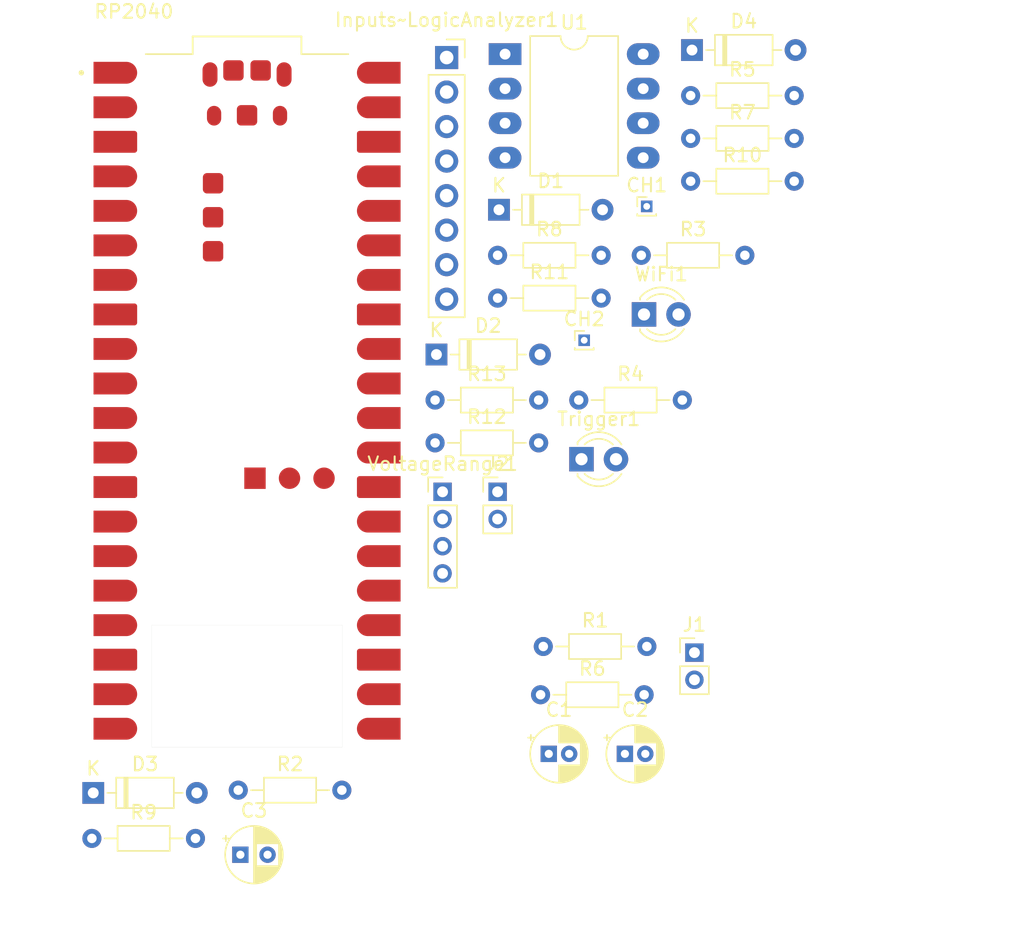
<source format=kicad_pcb>
(kicad_pcb (version 20211014) (generator pcbnew)
  (layers (0 "F.Cu" signal) (31 "B.Cu" signal) (34 "B.Paste" user) (35 "F.Paste" user) (36 "B.SilkS" user "B.Silkscreen") (37 "F.SilkS" user "F.Silkscreen") (38 "B.Mask" user) (39 "F.Mask" user) (44 "Edge.Cuts" user))
  (net 0 "")
  (net 1 "3.3V")
  (net 2 "0")
  (net 3 "Net-(C3-Pad1)")
  (net 4 "Net-(CH1-Pad1)")
  (net 5 "Net-(CH2-Pad1)")
  (net 6 "Net-(D1-Pad1)")
  (net 7 "Net-(D3-Pad2)")
  (net 8 "GPIO13")
  (net 9 "Net-(Inputs~LogicAnalyzer1-Pad2)")
  (net 10 "Net-(Inputs~LogicAnalyzer1-Pad3)")
  (net 11 "Net-(Inputs~LogicAnalyzer1-Pad4)")
  (net 12 "Net-(Inputs~LogicAnalyzer1-Pad5)")
  (net 13 "Net-(Inputs~LogicAnalyzer1-Pad6)")
  (net 14 "Net-(Inputs~LogicAnalyzer1-Pad7)")
  (net 15 "Net-(Inputs~LogicAnalyzer1-Pad8)")
  (net 17 "Test Signal")
  (net 19 "Net-(R1-Pad1)")
  (net 20 "Trigger")
  (net 21 "Net-(R2-Pad1)")
  (net 22 "WiFi Status")
  (net 23 "PicoGPI026_ADC0_CH1")
  (net 24 "Net-(R4-Pad2)")
  (net 25 "Net-(R5-Pad1)")
  (net 26 "Net-(R10-Pad2)")
  (net 27 "PicoGPI026_ADC0_CH2")
  (net 31 "Net-(RP2040-Pad4)")
  (net 32 "Net-(RP2040-Pad5)")
  (net 33 "Net-(RP2040-Pad6)")
  (net 34 "Net-(RP2040-Pad7)")
  (net 53 "Net-(RP2040-PadA)")
  (footprint "Resistor_THT:R_Axial_DIN0204_L3.6mm_D1.6mm_P7.62mm_Horizontal" (layer "F.Cu") (at 140.905199 71.63)
    (fp_text reference "R7")
    (fp_text value "18k")
  )
  (footprint "LED_THT:LED_D3.0mm" (layer "F.Cu") (at 132.875199 95.23)
    (fp_text reference "Trigger1")
    (fp_text value "LED")
  )
  (footprint "RaspberryPicoW:MODULE_RASPBERRY_PI_PICO_W" (layer "F.Cu") (at 108.270199 90.93)
    (fp_text reference "RP2040")
    (fp_text value "RASPBERRY_PI_PICO_W")
    (fp_line (start 7 25.5) (end -7 25.5) (layer "Edge.Cuts") (width 0.01))
    (fp_line (start -7 16.5) (end 7 16.5) (layer "Edge.Cuts") (width 0.01))
    (fp_line (start -7 25.5) (end -7 16.5) (layer "Edge.Cuts") (width 0.01))
    (fp_line (start 7 16.5) (end 7 25.5) (layer "Edge.Cuts") (width 0.01))
  )
  (footprint "Connector_PinHeader_1.00mm:PinHeader_1x01_P1.00mm_Vertical" (layer "F.Cu") (at 137.675199 76.63)
    (fp_text reference "CH1")
    (fp_text value "Conn_01x01_Male")
  )
  (footprint "Resistor_THT:R_Axial_DIN0204_L3.6mm_D1.6mm_P7.62mm_Horizontal" (layer "F.Cu") (at 132.675199 90.88)
    (fp_text reference "R4")
    (fp_text value "100")
  )
  (footprint "Resistor_THT:R_Axial_DIN0204_L3.6mm_D1.6mm_P7.62mm_Horizontal" (layer "F.Cu") (at 129.865199 112.56)
    (fp_text reference "R6")
    (fp_text value "18k")
  )
  (footprint "Resistor_THT:R_Axial_DIN0204_L3.6mm_D1.6mm_P7.62mm_Horizontal" (layer "F.Cu") (at 126.705199 83.38)
    (fp_text reference "R11")
    (fp_text value "1k")
  )
  (footprint "Resistor_THT:R_Axial_DIN0204_L3.6mm_D1.6mm_P7.62mm_Horizontal" (layer "F.Cu") (at 122.105199 94.03)
    (fp_text reference "R12")
    (fp_text value "220k")
  )
  (footprint "Diode_THT:D_DO-35_SOD27_P7.62mm_Horizontal" (layer "F.Cu") (at 141.005199 65.13)
    (fp_text reference "D4")
    (fp_text value "1N4148")
  )
  (footprint "Connector_PinHeader_2.00mm:PinHeader_1x02_P2.00mm_Vertical" (layer "F.Cu") (at 141.185199 109.46)
    (fp_text reference "J1")
    (fp_text value "Conn_01x02_Male")
  )
  (footprint "Connector_PinHeader_1.00mm:PinHeader_1x01_P1.00mm_Vertical" (layer "F.Cu") (at 133.075199 86.48)
    (fp_text reference "CH2")
    (fp_text value "Conn_01x01_Male")
  )
  (footprint "Package_DIP:DIP-8_W10.16mm_LongPads" (layer "F.Cu") (at 127.255199 65.43)
    (fp_text reference "U1")
    (fp_text value "MCP6002-xP")
  )
  (footprint "Capacitor_THT:CP_Radial_D4.0mm_P1.50mm" (layer "F.Cu") (at 130.47 116.91)
    (fp_text reference "C1")
    (fp_text value "10u")
  )
  (footprint "Connector_PinHeader_2.00mm:PinHeader_1x02_P2.00mm_Vertical" (layer "F.Cu") (at 126.705199 97.63)
    (fp_text reference "J2")
    (fp_text value "Conn_01x02_Male")
  )
  (footprint "Capacitor_THT:CP_Radial_D4.0mm_P2.00mm" (layer "F.Cu") (at 107.78 124.33)
    (fp_text reference "C3")
    (fp_text value "100n")
  )
  (footprint "Resistor_THT:R_Axial_DIN0204_L3.6mm_D1.6mm_P7.62mm_Horizontal" (layer "F.Cu") (at 107.625199 119.58)
    (fp_text reference "R2")
    (fp_text value "1k")
  )
  (footprint "Resistor_THT:R_Axial_DIN0204_L3.6mm_D1.6mm_P7.62mm_Horizontal" (layer "F.Cu") (at 130.065199 109.01)
    (fp_text reference "R1")
    (fp_text value "1k")
  )
  (footprint "LED_THT:LED_D3.0mm" (layer "F.Cu") (at 137.475199 84.58)
    (fp_text reference "WiFi1")
    (fp_text value "LED")
  )
  (footprint "Resistor_THT:R_Axial_DIN0204_L3.6mm_D1.6mm_P7.62mm_Horizontal" (layer "F.Cu") (at 126.705199 80.23)
    (fp_text reference "R8")
    (fp_text value "220k")
  )
  (footprint "Connector_PinHeader_2.00mm:PinHeader_1x04_P2.00mm_Vertical" (layer "F.Cu") (at 122.655199 97.63)
    (fp_text reference "VoltageRange1")
    (fp_text value "Conn_01x04_Male")
  )
  (footprint "Connector_PinSocket_2.54mm:PinSocket_1x08_P2.54mm_Vertical" (layer "F.Cu") (at 122.955199 65.68)
    (fp_text reference "Inputs~LogicAnalyzer1")
    (fp_text value "Conn_01x08_Female")
  )
  (footprint "Capacitor_THT:CP_Radial_D4.0mm_P1.50mm" (layer "F.Cu") (at 136.07 116.91)
    (fp_text reference "C2")
    (fp_text value "100n")
  )
  (footprint "Resistor_THT:R_Axial_DIN0204_L3.6mm_D1.6mm_P7.62mm_Horizontal" (layer "F.Cu") (at 137.275199 80.23)
    (fp_text reference "R3")
    (fp_text value "18k")
  )
  (footprint "Resistor_THT:R_Axial_DIN0204_L3.6mm_D1.6mm_P7.62mm_Horizontal" (layer "F.Cu") (at 140.905199 74.78)
    (fp_text reference "R10")
    (fp_text value "100")
  )
  (footprint "Diode_THT:D_DO-35_SOD27_P7.62mm_Horizontal" (layer "F.Cu") (at 96.955199 119.78)
    (fp_text reference "D3")
    (fp_text value "1N4148")
  )
  (footprint "Diode_THT:D_DO-35_SOD27_P7.62mm_Horizontal" (layer "F.Cu") (at 122.205199 87.53)
    (fp_text reference "D2")
    (fp_text value "1N4148")
  )
  (footprint "Resistor_THT:R_Axial_DIN0204_L3.6mm_D1.6mm_P7.62mm_Horizontal" (layer "F.Cu") (at 96.855199 123.13)
    (fp_text reference "R9")
    (fp_text value "10k")
  )
  (footprint "Resistor_THT:R_Axial_DIN0204_L3.6mm_D1.6mm_P7.62mm_Horizontal" (layer "F.Cu") (at 140.905199 68.48)
    (fp_text reference "R5")
    (fp_text value "10k")
  )
  (footprint "Resistor_THT:R_Axial_DIN0204_L3.6mm_D1.6mm_P7.62mm_Horizontal" (layer "F.Cu") (at 122.105199 90.88)
    (fp_text reference "R13")
    (fp_text value "10k")
  )
  (footprint "Diode_THT:D_DO-35_SOD27_P7.62mm_Horizontal" (layer "F.Cu") (at 126.805199 76.88)
    (fp_text reference "D1")
    (fp_text value "1N4148")
  )
)
</source>
